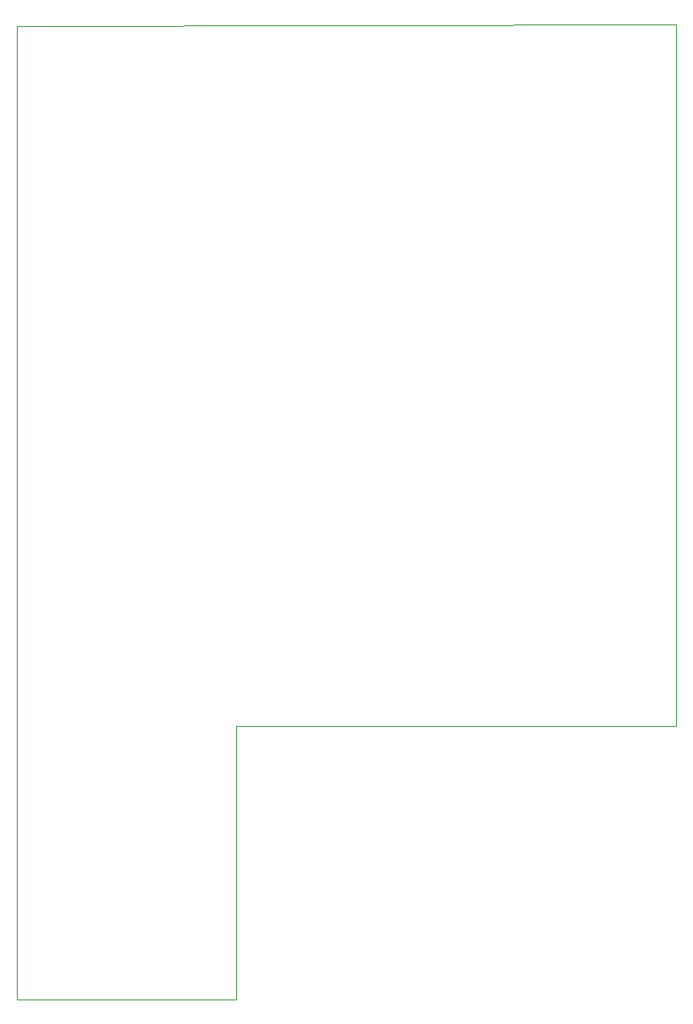
<source format=gbr>
%TF.GenerationSoftware,KiCad,Pcbnew,7.0.10+dfsg-1*%
%TF.CreationDate,2024-02-23T10:02:10+01:00*%
%TF.ProjectId,chibi_v2_1,63686962-695f-4763-925f-312e6b696361,rev?*%
%TF.SameCoordinates,Original*%
%TF.FileFunction,Profile,NP*%
%FSLAX46Y46*%
G04 Gerber Fmt 4.6, Leading zero omitted, Abs format (unit mm)*
G04 Created by KiCad (PCBNEW 7.0.10+dfsg-1) date 2024-02-23 10:02:10*
%MOMM*%
%LPD*%
G01*
G04 APERTURE LIST*
%TA.AperFunction,Profile*%
%ADD10C,0.100000*%
%TD*%
G04 APERTURE END LIST*
D10*
X165800000Y-104600000D02*
X121600000Y-104600000D01*
X121600000Y-132000000D01*
X99600000Y-132000000D01*
X99600000Y-34400000D01*
X165800000Y-34290000D01*
X165800000Y-104600000D01*
M02*

</source>
